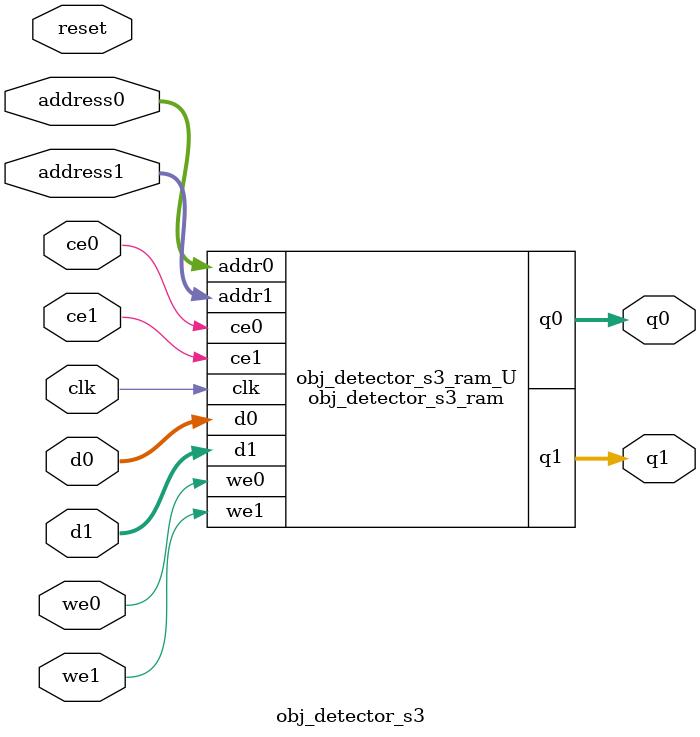
<source format=v>

`timescale 1 ns / 1 ps
module obj_detector_s3_ram (addr0, ce0, d0, we0, q0, addr1, ce1, d1, we1, q1,  clk);

parameter DWIDTH = 32;
parameter AWIDTH = 10;
parameter MEM_SIZE = 864;

input[AWIDTH-1:0] addr0;
input ce0;
input[DWIDTH-1:0] d0;
input we0;
output reg[DWIDTH-1:0] q0;
input[AWIDTH-1:0] addr1;
input ce1;
input[DWIDTH-1:0] d1;
input we1;
output reg[DWIDTH-1:0] q1;
input clk;

(* ram_style = "block" *)reg [DWIDTH-1:0] ram[MEM_SIZE-1:0];




always @(posedge clk)  
begin 
    if (ce0) 
    begin
        if (we0) 
        begin 
            ram[addr0] <= d0; 
            q0 <= d0;
        end 
        else 
            q0 <= ram[addr0];
    end
end


always @(posedge clk)  
begin 
    if (ce1) 
    begin
        if (we1) 
        begin 
            ram[addr1] <= d1; 
            q1 <= d1;
        end 
        else 
            q1 <= ram[addr1];
    end
end


endmodule


`timescale 1 ns / 1 ps
module obj_detector_s3(
    reset,
    clk,
    address0,
    ce0,
    we0,
    d0,
    q0,
    address1,
    ce1,
    we1,
    d1,
    q1);

parameter DataWidth = 32'd32;
parameter AddressRange = 32'd864;
parameter AddressWidth = 32'd10;
input reset;
input clk;
input[AddressWidth - 1:0] address0;
input ce0;
input we0;
input[DataWidth - 1:0] d0;
output[DataWidth - 1:0] q0;
input[AddressWidth - 1:0] address1;
input ce1;
input we1;
input[DataWidth - 1:0] d1;
output[DataWidth - 1:0] q1;



obj_detector_s3_ram obj_detector_s3_ram_U(
    .clk( clk ),
    .addr0( address0 ),
    .ce0( ce0 ),
    .d0( d0 ),
    .we0( we0 ),
    .q0( q0 ),
    .addr1( address1 ),
    .ce1( ce1 ),
    .d1( d1 ),
    .we1( we1 ),
    .q1( q1 ));

endmodule


</source>
